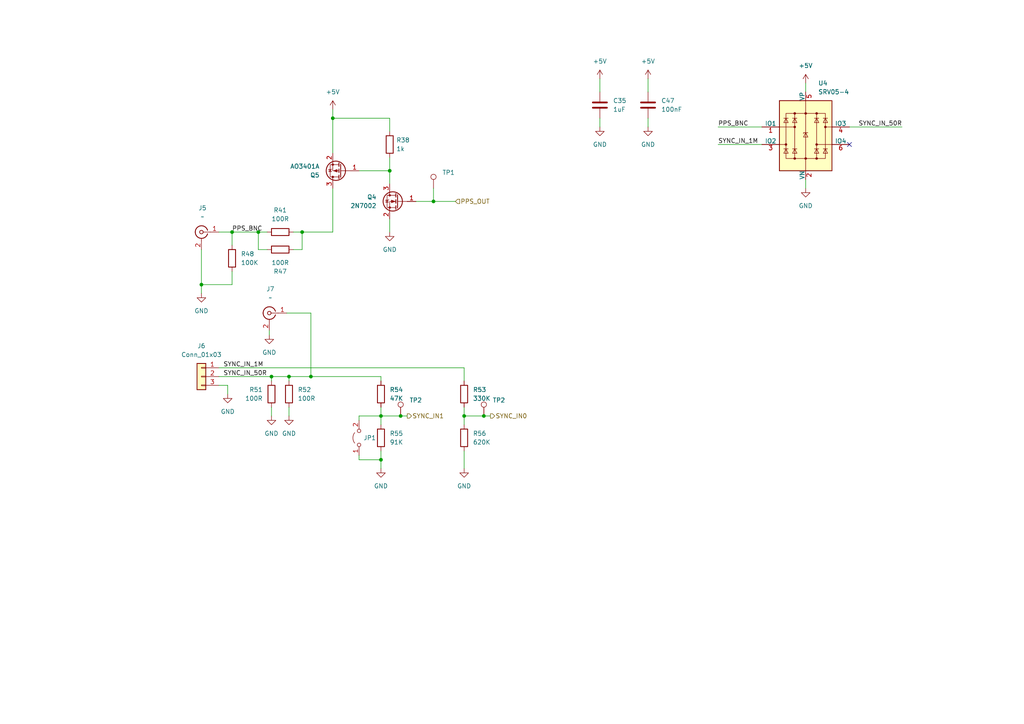
<source format=kicad_sch>
(kicad_sch (version 20230121) (generator eeschema)
  (paper "A4")
  (lib_symbols
    (symbol "Connector:Conn_Coaxial" (pin_names (offset 1.016) hide)
      (property "Reference" "J" (at 0.254 3.048 0))
      (property "Value" "Conn_Coaxial" (at 2.921 0 90))
      (symbol "Conn_Coaxial_0_1"
        (arc (start -1.778 -0.508) (mid 0.2311 -1.8066) (end 1.778 0) (stroke (width 0.254)))
        (polyline (pts (xy -2.54 0) (xy -0.508 0)))
        (polyline (pts (xy 0 -2.54) (xy 0 -1.778)))
        (circle (center 0 0) (radius 0.508) (stroke (width 0.2032)))
        (arc (start 1.778 0) (mid 0.2099 1.8101) (end -1.778 0.508) (stroke (width 0.254)))
      )
      (symbol "Conn_Coaxial_1_1"
        (pin passive line (at -5.08 0 0) (length 2.54) (name "In") (number "1"))
        (pin passive line (at 0 -5.08 90) (length 2.54) (name "Ext") (number "2"))
      )
    )
    (symbol "Connector:TestPoint" (pin_numbers hide) (pin_names (offset 0.762) hide)
      (property "Reference" "TP" (at 0 6.858 0))
      (property "Value" "TestPoint" (at 0 5.08 0))
      (symbol "TestPoint_0_1"
        (circle (center 0 3.302) (radius 0.762))
      )
      (symbol "TestPoint_1_1"
        (pin passive line (at 0 0 90) (length 2.54) (name "1") (number "1"))
      )
    )
    (symbol "Connector_Generic:Conn_01x03" (pin_names (offset 1.016) hide)
      (property "Reference" "J" (at 0 5.08 0))
      (property "Value" "Conn_01x03" (at 0 -5.08 0))
      (symbol "Conn_01x03_1_1"
        (rectangle (start -1.27 -2.413) (end 0 -2.667) (stroke (width 0.1524)))
        (rectangle (start -1.27 0.127) (end 0 -0.127) (stroke (width 0.1524)))
        (rectangle (start -1.27 2.667) (end 0 2.413) (stroke (width 0.1524)))
        (rectangle (start -1.27 3.81) (end 1.27 -3.81) (stroke (width 0.254)) (fill (type background)))
        (pin passive line (at -5.08 2.54 0) (length 3.81) (name "Pin_1") (number "1"))
        (pin passive line (at -5.08 0 0) (length 3.81) (name "Pin_2") (number "2"))
        (pin passive line (at -5.08 -2.54 0) (length 3.81) (name "Pin_3") (number "3"))
      )
    )
    (symbol "Device:C" (pin_numbers hide) (pin_names (offset 0.254))
      (property "Reference" "C" (at 0.635 2.54 0))
      (property "Value" "C" (at 0.635 -2.54 0))
      (symbol "C_0_1"
        (polyline (pts (xy -2.032 -0.762) (xy 2.032 -0.762)) (stroke (width 0.508)))
        (polyline (pts (xy -2.032 0.762) (xy 2.032 0.762)) (stroke (width 0.508)))
      )
      (symbol "C_1_1"
        (pin passive line (at 0 3.81 270) (length 2.794) (name "~") (number "1"))
        (pin passive line (at 0 -3.81 90) (length 2.794) (name "~") (number "2"))
      )
    )
    (symbol "Device:R" (pin_numbers hide) (pin_names (offset 0))
      (property "Reference" "R" (at 2.032 0 90))
      (property "Value" "R" (at 0 0 90))
      (symbol "R_0_1"
        (rectangle (start -1.016 -2.54) (end 1.016 2.54) (stroke (width 0.254)))
      )
      (symbol "R_1_1"
        (pin passive line (at 0 3.81 270) (length 1.27) (name "~") (number "1"))
        (pin passive line (at 0 -3.81 90) (length 1.27) (name "~") (number "2"))
      )
    )
    (symbol "Jumper:Jumper_2_Open" (pin_names (offset 0) hide)
      (property "Reference" "JP" (at 0 2.794 0))
      (property "Value" "Jumper_2_Open" (at 0 -2.286 0))
      (symbol "Jumper_2_Open_0_0"
        (circle (center -2.032 0) (radius 0.508))
        (circle (center 2.032 0) (radius 0.508))
      )
      (symbol "Jumper_2_Open_0_1"
        (arc (start 1.524 1.27) (mid 0 1.778) (end -1.524 1.27))
      )
      (symbol "Jumper_2_Open_1_1"
        (pin passive line (at -5.08 0 0) (length 2.54) (name "A") (number "1"))
        (pin passive line (at 5.08 0 180) (length 2.54) (name "B") (number "2"))
      )
    )
    (symbol "Power_Protection:SRV05-4" (pin_names (offset 0))
      (property "Reference" "U" (at -5.08 11.43 0))
      (property "Value" "SRV05-4" (at 2.54 11.43 0))
      (symbol "SRV05-4_0_0"
        (rectangle (start -5.715 6.477) (end 5.715 -6.604))
        (polyline (pts (xy -3.175 -6.604) (xy -3.175 6.477)))
        (polyline (pts (xy 3.175 6.477) (xy 3.175 -6.604)))
      )
      (symbol "SRV05-4_0_1"
        (rectangle (start -7.62 10.16) (end 7.62 -10.16) (stroke (width 0.254)) (fill (type background)))
        (circle (center -5.715 -2.54) (radius 0.2794) (fill (type outline)))
        (circle (center -3.175 -6.604) (radius 0.2794) (fill (type outline)))
        (circle (center -3.175 2.54) (radius 0.2794) (fill (type outline)))
        (circle (center -3.175 6.477) (radius 0.2794) (fill (type outline)))
        (circle (center 0 -6.604) (radius 0.2794) (fill (type outline)))
        (polyline (pts (xy -7.747 2.54) (xy -3.175 2.54)))
        (polyline (pts (xy -7.62 -2.54) (xy -5.715 -2.54)))
        (polyline (pts (xy -5.08 -3.81) (xy -6.35 -3.81)))
        (polyline (pts (xy -5.08 5.08) (xy -6.35 5.08)))
        (polyline (pts (xy -2.54 -3.81) (xy -3.81 -3.81)))
        (polyline (pts (xy -2.54 5.08) (xy -3.81 5.08)))
        (polyline (pts (xy 0 10.16) (xy 0 -10.16)))
        (polyline (pts (xy 3.81 -3.81) (xy 2.54 -3.81)))
        (polyline (pts (xy 3.81 5.08) (xy 2.54 5.08)))
        (polyline (pts (xy 6.35 -3.81) (xy 5.08 -3.81)))
        (polyline (pts (xy 6.35 5.08) (xy 5.08 5.08)))
        (polyline (pts (xy 7.62 -2.54) (xy 3.175 -2.54)))
        (polyline (pts (xy 7.62 2.54) (xy 5.715 2.54)))
        (polyline (pts (xy 0.635 0.889) (xy -0.635 0.889) (xy -0.635 0.635)))
        (polyline (pts (xy -5.08 -5.08) (xy -6.35 -5.08) (xy -5.715 -3.81) (xy -5.08 -5.08)))
        (polyline (pts (xy -5.08 3.81) (xy -6.35 3.81) (xy -5.715 5.08) (xy -5.08 3.81)))
        (polyline (pts (xy -2.54 -5.08) (xy -3.81 -5.08) (xy -3.175 -3.81) (xy -2.54 -5.08)))
        (polyline (pts (xy -2.54 3.81) (xy -3.81 3.81) (xy -3.175 5.08) (xy -2.54 3.81)))
        (polyline (pts (xy 0.635 -0.381) (xy -0.635 -0.381) (xy 0 0.889) (xy 0.635 -0.381)))
        (polyline (pts (xy 3.81 -5.08) (xy 2.54 -5.08) (xy 3.175 -3.81) (xy 3.81 -5.08)))
        (polyline (pts (xy 3.81 3.81) (xy 2.54 3.81) (xy 3.175 5.08) (xy 3.81 3.81)))
        (polyline (pts (xy 6.35 -5.08) (xy 5.08 -5.08) (xy 5.715 -3.81) (xy 6.35 -5.08)))
        (polyline (pts (xy 6.35 3.81) (xy 5.08 3.81) (xy 5.715 5.08) (xy 6.35 3.81)))
        (circle (center 0 6.477) (radius 0.2794) (fill (type outline)))
        (circle (center 3.175 -6.604) (radius 0.2794) (fill (type outline)))
        (circle (center 3.175 -2.54) (radius 0.2794) (fill (type outline)))
        (circle (center 3.175 6.477) (radius 0.2794) (fill (type outline)))
        (circle (center 5.715 2.54) (radius 0.2794) (fill (type outline)))
      )
      (symbol "SRV05-4_1_1"
        (pin passive line (at -12.7 2.54 0) (length 5.08) (name "IO1") (number "1"))
        (pin passive line (at 0 -12.7 90) (length 2.54) (name "VN") (number "2"))
        (pin passive line (at -12.7 -2.54 0) (length 5.08) (name "IO2") (number "3"))
        (pin passive line (at 12.7 2.54 180) (length 5.08) (name "IO3") (number "4"))
        (pin passive line (at 0 12.7 270) (length 2.54) (name "VP") (number "5"))
        (pin passive line (at 12.7 -2.54 180) (length 5.08) (name "IO4") (number "6"))
      )
    )
    (symbol "Transistor_FET:2N7002" (pin_names hide)
      (property "Reference" "Q" (at 5.08 1.905 0))
      (property "Value" "2N7002" (at 5.08 0 0))
      (symbol "2N7002_0_1"
        (polyline (pts (xy 0.254 0) (xy -2.54 0)))
        (polyline (pts (xy 0.254 1.905) (xy 0.254 -1.905)) (stroke (width 0.254)))
        (polyline (pts (xy 0.762 -1.27) (xy 0.762 -2.286)) (stroke (width 0.254)))
        (polyline (pts (xy 0.762 0.508) (xy 0.762 -0.508)) (stroke (width 0.254)))
        (polyline (pts (xy 0.762 2.286) (xy 0.762 1.27)) (stroke (width 0.254)))
        (polyline (pts (xy 2.54 2.54) (xy 2.54 1.778)))
        (polyline (pts (xy 2.54 -2.54) (xy 2.54 0) (xy 0.762 0)))
        (polyline (pts (xy 0.762 -1.778) (xy 3.302 -1.778) (xy 3.302 1.778) (xy 0.762 1.778)))
        (polyline (pts (xy 1.016 0) (xy 2.032 0.381) (xy 2.032 -0.381) (xy 1.016 0)) (fill (type outline)))
        (polyline (pts (xy 2.794 0.508) (xy 2.921 0.381) (xy 3.683 0.381) (xy 3.81 0.254)))
        (polyline (pts (xy 3.302 0.381) (xy 2.921 -0.254) (xy 3.683 -0.254) (xy 3.302 0.381)))
        (circle (center 1.651 0) (radius 2.794) (stroke (width 0.254)))
        (circle (center 2.54 -1.778) (radius 0.254) (fill (type outline)))
        (circle (center 2.54 1.778) (radius 0.254) (fill (type outline)))
      )
      (symbol "2N7002_1_1"
        (pin input line (at -5.08 0 0) (length 2.54) (name "G") (number "1"))
        (pin passive line (at 2.54 -5.08 90) (length 2.54) (name "S") (number "2"))
        (pin passive line (at 2.54 5.08 270) (length 2.54) (name "D") (number "3"))
      )
    )
    (symbol "Transistor_FET:AO3401A" (pin_names hide)
      (property "Reference" "Q" (at 5.08 1.905 0))
      (property "Value" "AO3401A" (at 5.08 0 0))
      (symbol "AO3401A_0_1"
        (polyline (pts (xy 0.254 0) (xy -2.54 0)))
        (polyline (pts (xy 0.254 1.905) (xy 0.254 -1.905)) (stroke (width 0.254)))
        (polyline (pts (xy 0.762 -1.27) (xy 0.762 -2.286)) (stroke (width 0.254)))
        (polyline (pts (xy 0.762 0.508) (xy 0.762 -0.508)) (stroke (width 0.254)))
        (polyline (pts (xy 0.762 2.286) (xy 0.762 1.27)) (stroke (width 0.254)))
        (polyline (pts (xy 2.54 2.54) (xy 2.54 1.778)))
        (polyline (pts (xy 2.54 -2.54) (xy 2.54 0) (xy 0.762 0)))
        (polyline (pts (xy 0.762 1.778) (xy 3.302 1.778) (xy 3.302 -1.778) (xy 0.762 -1.778)))
        (polyline (pts (xy 2.286 0) (xy 1.27 0.381) (xy 1.27 -0.381) (xy 2.286 0)) (fill (type outline)))
        (polyline (pts (xy 2.794 -0.508) (xy 2.921 -0.381) (xy 3.683 -0.381) (xy 3.81 -0.254)))
        (polyline (pts (xy 3.302 -0.381) (xy 2.921 0.254) (xy 3.683 0.254) (xy 3.302 -0.381)))
        (circle (center 1.651 0) (radius 2.794) (stroke (width 0.254)))
        (circle (center 2.54 -1.778) (radius 0.254) (fill (type outline)))
        (circle (center 2.54 1.778) (radius 0.254) (fill (type outline)))
      )
      (symbol "AO3401A_1_1"
        (pin input line (at -5.08 0 0) (length 2.54) (name "G") (number "1"))
        (pin passive line (at 2.54 -5.08 90) (length 2.54) (name "S") (number "2"))
        (pin passive line (at 2.54 5.08 270) (length 2.54) (name "D") (number "3"))
      )
    )
    (symbol "power:+5V" (power) (pin_names (offset 0))
      (property "Value" "+5V" (at 0 3.556 0))
      (symbol "+5V_0_1"
        (polyline (pts (xy -0.762 1.27) (xy 0 2.54)))
        (polyline (pts (xy 0 0) (xy 0 2.54)))
        (polyline (pts (xy 0 2.54) (xy 0.762 1.27)))
      )
      (symbol "+5V_1_1"
        (pin power_in line (at 0 0 90) (length 0) hide (name "+5V") (number "1"))
      )
    )
    (symbol "power:GND" (power) (pin_names (offset 0))
      (property "Value" "GND" (at 0 -3.81 0))
      (symbol "GND_0_1"
        (polyline (pts (xy 0 0) (xy 0 -1.27) (xy 1.27 -1.27) (xy 0 -2.54) (xy -1.27 -1.27) (xy 0 -1.27)))
      )
      (symbol "GND_1_1"
        (pin power_in line (at 0 0 270) (length 0) hide (name "GND") (number "1"))
      )
    )
  )
  (junction (at 87.63 67.31))
  (junction (at 96.52 34.29))
  (junction (at 58.42 82.55))
  (junction (at 125.73 58.42))
  (junction (at 90.17 109.22))
  (junction (at 110.49 120.65))
  (junction (at 113.03 49.53))
  (junction (at 140.335 120.65))
  (junction (at 67.31 67.31))
  (junction (at 74.93 67.31))
  (junction (at 134.62 120.65))
  (junction (at 110.49 133.35))
  (junction (at 83.82 109.22))
  (junction (at 78.74 109.22))
  (junction (at 116.205 120.65))
  (no_connect (at 246.38 41.91))
  (wire (pts (xy 87.63 67.31) (xy 96.52 67.31)))
  (wire (pts (xy 67.31 78.74) (xy 67.31 82.55)))
  (wire (pts (xy 83.82 110.49) (xy 83.82 109.22)))
  (wire (pts (xy 66.04 111.76) (xy 63.5 111.76)))
  (wire (pts (xy 83.82 109.22) (xy 78.74 109.22)))
  (wire (pts (xy 208.28 36.83) (xy 220.98 36.83)))
  (wire (pts (xy 58.42 72.39) (xy 58.42 82.55)))
  (wire (pts (xy 104.14 132.08) (xy 104.14 133.35)))
  (wire (pts (xy 120.65 58.42) (xy 125.73 58.42)))
  (wire (pts (xy 78.105 97.155) (xy 78.105 95.885)))
  (wire (pts (xy 104.14 133.35) (xy 110.49 133.35)))
  (wire (pts (xy 110.49 135.89) (xy 110.49 133.35)))
  (wire (pts (xy 233.68 24.13) (xy 233.68 26.67)))
  (wire (pts (xy 125.73 54.61) (xy 125.73 58.42)))
  (wire (pts (xy 85.09 67.31) (xy 87.63 67.31)))
  (wire (pts (xy 83.82 120.65) (xy 83.82 118.11)))
  (wire (pts (xy 142.24 120.65) (xy 140.335 120.65)))
  (wire (pts (xy 110.49 110.49) (xy 110.49 109.22)))
  (wire (pts (xy 116.205 120.65) (xy 110.49 120.65)))
  (wire (pts (xy 173.99 22.86) (xy 173.99 26.67)))
  (wire (pts (xy 140.335 120.65) (xy 134.62 120.65)))
  (wire (pts (xy 58.42 82.55) (xy 58.42 85.09)))
  (wire (pts (xy 173.99 36.83) (xy 173.99 34.29)))
  (wire (pts (xy 125.73 58.42) (xy 132.08 58.42)))
  (wire (pts (xy 187.96 22.86) (xy 187.96 26.67)))
  (wire (pts (xy 104.14 49.53) (xy 113.03 49.53)))
  (wire (pts (xy 78.74 120.65) (xy 78.74 118.11)))
  (wire (pts (xy 113.03 63.5) (xy 113.03 67.31)))
  (wire (pts (xy 261.62 36.83) (xy 246.38 36.83)))
  (wire (pts (xy 74.93 67.31) (xy 77.47 67.31)))
  (wire (pts (xy 67.31 67.31) (xy 67.31 71.12)))
  (wire (pts (xy 96.52 34.29) (xy 96.52 44.45)))
  (wire (pts (xy 66.04 114.3) (xy 66.04 111.76)))
  (wire (pts (xy 233.68 52.07) (xy 233.68 54.61)))
  (wire (pts (xy 77.47 72.39) (xy 74.93 72.39)))
  (wire (pts (xy 113.03 34.29) (xy 113.03 38.1)))
  (wire (pts (xy 110.49 109.22) (xy 90.17 109.22)))
  (wire (pts (xy 104.14 121.92) (xy 104.14 120.65)))
  (wire (pts (xy 134.62 120.65) (xy 134.62 123.19)))
  (wire (pts (xy 63.5 109.22) (xy 78.74 109.22)))
  (wire (pts (xy 58.42 82.55) (xy 67.31 82.55)))
  (wire (pts (xy 113.03 45.72) (xy 113.03 49.53)))
  (wire (pts (xy 96.52 31.75) (xy 96.52 34.29)))
  (wire (pts (xy 63.5 106.68) (xy 134.62 106.68)))
  (wire (pts (xy 208.28 41.91) (xy 220.98 41.91)))
  (wire (pts (xy 118.11 120.65) (xy 116.205 120.65)))
  (wire (pts (xy 90.17 109.22) (xy 83.82 109.22)))
  (wire (pts (xy 187.96 36.83) (xy 187.96 34.29)))
  (wire (pts (xy 110.49 118.11) (xy 110.49 120.65)))
  (wire (pts (xy 78.74 109.22) (xy 78.74 110.49)))
  (wire (pts (xy 90.17 90.805) (xy 90.17 109.22)))
  (wire (pts (xy 63.5 67.31) (xy 67.31 67.31)))
  (wire (pts (xy 74.93 72.39) (xy 74.93 67.31)))
  (wire (pts (xy 134.62 118.11) (xy 134.62 120.65)))
  (wire (pts (xy 134.62 106.68) (xy 134.62 110.49)))
  (wire (pts (xy 104.14 120.65) (xy 110.49 120.65)))
  (wire (pts (xy 134.62 135.89) (xy 134.62 130.81)))
  (wire (pts (xy 67.31 67.31) (xy 74.93 67.31)))
  (wire (pts (xy 96.52 34.29) (xy 113.03 34.29)))
  (wire (pts (xy 85.09 72.39) (xy 87.63 72.39)))
  (wire (pts (xy 110.49 120.65) (xy 110.49 123.19)))
  (wire (pts (xy 83.185 90.805) (xy 90.17 90.805)))
  (wire (pts (xy 113.03 49.53) (xy 113.03 53.34)))
  (wire (pts (xy 87.63 72.39) (xy 87.63 67.31)))
  (wire (pts (xy 96.52 54.61) (xy 96.52 67.31)))
  (wire (pts (xy 110.49 133.35) (xy 110.49 130.81)))
  (label "SYNC_IN_1M" (at 64.77 106.68 0))
  (label "SYNC_IN_50R" (at 261.62 36.83 180))
  (label "PPS_BNC" (at 67.31 67.31 0))
  (label "SYNC_IN_50R" (at 64.77 109.22 0))
  (label "PPS_BNC" (at 208.28 36.83 0))
  (label "SYNC_IN_1M" (at 208.28 41.91 0))
  (hierarchical_label "SYNC_IN1" (shape output) (at 118.11 120.65 0))
  (hierarchical_label "PPS_OUT" (shape input) (at 132.08 58.42 0))
  (hierarchical_label "SYNC_IN0" (shape output) (at 142.24 120.65 0))
  (symbol (lib_id "Connector:TestPoint") (at 140.335 120.65 0) (unit 1)
    (property "Reference" "TP2" (at 142.875 116.078 0) (effects (justify left)))
    (property "Value" "TestPoint" (effects hide))
    (property "Footprint" "TestPoint:TestPoint_Pad_D2.0mm" (effects hide))
    (instances (project "node-prototype" (path "" (reference "TP2") (unit 1)) (path "" (reference "TP14") (unit 1))))
  )
  (symbol (lib_id "power:GND") (at 78.74 120.65 0) (unit 1)
    (property "Reference" "#PWR097" (effects hide))
    (property "Value" "GND" (at 78.74 125.73 0))
  )
  (symbol (lib_id "power:GND") (at 233.68 54.61 0) (unit 1)
    (property "Reference" "#PWR091" (effects hide))
    (property "Value" "GND" (at 233.68 59.69 0))
  )
  (symbol (lib_id "Device:R") (at 81.28 72.39 90) (mirror x) (unit 1)
    (property "Reference" "R47" (at 81.28 78.74 90))
    (property "Value" "100R" (at 81.28 76.2 90))
    (property "Footprint" "Resistor_SMD:R_1206_3216Metric" (effects hide))
  )
  (symbol (lib_id "power:+5V") (at 233.68 24.13 0) (unit 1)
    (property "Reference" "#PWR090" (effects hide))
    (property "Value" "+5V" (at 233.68 19.05 0))
  )
  (symbol (lib_id "power:GND") (at 187.96 36.83 0) (unit 1)
    (property "Reference" "#PWR081" (effects hide))
    (property "Value" "GND" (at 187.96 41.91 0))
    (instances (project "node-prototype" (path "" (reference "#PWR081") (unit 1)) (path "" (reference "#PWR095") (unit 1))))
  )
  (symbol (lib_id "power:GND") (at 134.62 135.89 0) (unit 1)
    (property "Reference" "#PWR099" (effects hide))
    (property "Value" "GND" (at 134.62 140.97 0))
  )
  (symbol (lib_id "Power_Protection:SRV05-4") (at 233.68 39.37 0) (unit 1)
    (property "Reference" "U4" (at 237.3061 24.13 0) (effects (justify left)))
    (property "Value" "SRV05-4" (at 237.3061 26.67 0) (effects (justify left)))
    (property "Footprint" "Package_TO_SOT_SMD:SOT-23-6" (effects hide))
    (property "Datasheet" "http://www.onsemi.com/pub/Collateral/SRV05-4-D.PDF" (effects hide))
    (instances (project "node-prototype" (path "" (reference "U4") (unit 1)) (path "" (reference "U15") (unit 1))))
  )
  (symbol (lib_id "Device:C") (at 187.96 30.48 0) (unit 1)
    (property "Reference" "C47" (at 191.77 29.21 0) (effects (justify left)))
    (property "Value" "100nF" (at 191.77 31.75 0) (effects (justify left)))
    (property "Footprint" "Capacitor_SMD:C_0603_1608Metric" (effects hide))
    (instances (project "node-prototype" (path "" (reference "C47") (unit 1)) (path "" (reference "C49") (unit 1))))
  )
  (symbol (lib_id "power:+5V") (at 187.96 22.86 0) (unit 1)
    (property "Reference" "#PWR094" (effects hide))
    (property "Value" "+5V" (at 187.96 17.78 0))
  )
  (symbol (lib_id "power:GND") (at 113.03 67.31 0) (unit 1)
    (property "Reference" "#PWR061" (effects hide))
    (property "Value" "GND" (at 113.03 72.39 0))
  )
  (symbol (lib_id "power:+5V") (at 173.99 22.86 0) (unit 1)
    (property "Reference" "#PWR092" (effects hide))
    (property "Value" "+5V" (at 173.99 17.78 0))
  )
  (symbol (lib_id "Jumper:Jumper_2_Open") (at 104.14 127 90) (unit 1)
    (property "Reference" "JP1" (at 105.41 127 90) (effects (justify right)))
    (property "Value" "Jumper_2_Open" (effects hide))
    (property "Footprint" "Jumper:SolderJumper-2_P1.3mm_Open_TrianglePad1.0x1.5mm" (effects hide))
  )
  (symbol (lib_id "power:GND") (at 83.82 120.65 0) (unit 1)
    (property "Reference" "#PWR098" (effects hide))
    (property "Value" "GND" (at 83.82 125.73 0))
  )
  (symbol (lib_id "power:GND") (at 173.99 36.83 0) (unit 1)
    (property "Reference" "#PWR078" (effects hide))
    (property "Value" "GND" (at 173.99 41.91 0))
    (instances (project "node-prototype" (path "" (reference "#PWR078") (unit 1)) (path "" (reference "#PWR093") (unit 1))))
  )
  (symbol (lib_id "Device:R") (at 110.49 114.3 0) (unit 1)
    (property "Reference" "R54" (at 113.03 113.03 0) (effects (justify left)))
    (property "Value" "47K" (at 113.03 115.57 0) (effects (justify left)))
    (property "Footprint" "Resistor_SMD:R_0603_1608Metric" (effects hide))
  )
  (symbol (lib_id "Transistor_FET:2N7002") (at 115.57 58.42 0) (mirror y) (unit 1)
    (property "Reference" "Q4" (at 109.22 57.15 0) (effects (justify left)))
    (property "Value" "2N7002" (at 109.22 59.69 0) (effects (justify left)))
    (property "Footprint" "Package_TO_SOT_SMD:SOT-23" (effects hide))
    (property "Datasheet" "https://www.onsemi.com/pub/Collateral/NDS7002A-D.PDF" (effects hide))
  )
  (symbol (lib_id "Device:R") (at 113.03 41.91 0) (unit 1)
    (property "Reference" "R38" (at 114.935 40.64 0) (effects (justify left)))
    (property "Value" "1k" (at 114.935 43.18 0) (effects (justify left)))
    (property "Footprint" "Resistor_SMD:R_0603_1608Metric" (effects hide))
  )
  (symbol (lib_id "Connector:Conn_Coaxial") (at 58.42 67.31 0) (mirror y) (unit 1)
    (property "Reference" "J5" (at 58.7374 60.325 0))
    (property "Value" "~" (at 58.7374 62.865 0))
    (property "Footprint" "Connector_Coaxial:SMB_Jack_Vertical" (effects hide))
    (property "Datasheet" " ~" (effects hide))
  )
  (symbol (lib_id "Transistor_FET:AO3401A") (at 99.06 49.53 180) (unit 1)
    (property "Reference" "Q5" (at 92.71 50.8 0) (effects (justify left)))
    (property "Value" "AO3401A" (at 92.71 48.26 0) (effects (justify left)))
    (property "Footprint" "Package_TO_SOT_SMD:SOT-23" (effects hide))
    (property "Datasheet" "http://www.aosmd.com/pdfs/datasheet/AO3401A.pdf" (effects hide))
  )
  (symbol (lib_id "Device:R") (at 110.49 127 0) (unit 1)
    (property "Reference" "R55" (at 113.03 125.73 0) (effects (justify left)))
    (property "Value" "91K" (at 113.03 128.27 0) (effects (justify left)))
    (property "Footprint" "Resistor_SMD:R_0603_1608Metric" (effects hide))
  )
  (symbol (lib_id "Connector:TestPoint") (at 125.73 54.61 0) (unit 1)
    (property "Reference" "TP1" (at 128.27 50.038 0) (effects (justify left)))
    (property "Value" "TestPoint" (effects hide))
    (property "Footprint" "TestPoint:TestPoint_Pad_D2.0mm" (effects hide))
  )
  (symbol (lib_id "power:+5V") (at 96.52 31.75 0) (unit 1)
    (property "Reference" "#PWR016" (effects hide))
    (property "Value" "+5V" (at 96.52 26.67 0))
  )
  (symbol (lib_id "Device:R") (at 134.62 114.3 0) (unit 1)
    (property "Reference" "R53" (at 137.16 113.03 0) (effects (justify left)))
    (property "Value" "330K" (at 137.16 115.57 0) (effects (justify left)))
    (property "Footprint" "Resistor_SMD:R_0603_1608Metric" (effects hide))
  )
  (symbol (lib_id "power:GND") (at 110.49 135.89 0) (unit 1)
    (property "Reference" "#PWR0100" (effects hide))
    (property "Value" "GND" (at 110.49 140.97 0))
  )
  (symbol (lib_id "Connector_Generic:Conn_01x03") (at 58.42 109.22 0) (mirror y) (unit 1)
    (property "Reference" "J6" (at 58.42 100.33 0))
    (property "Value" "Conn_01x03" (at 58.42 102.87 0))
    (property "Footprint" "Connector_PinHeader_2.54mm:PinHeader_1x03_P2.54mm_Vertical" (effects hide))
  )
  (symbol (lib_id "Device:C") (at 173.99 30.48 0) (unit 1)
    (property "Reference" "C35" (at 177.8 29.21 0) (effects (justify left)))
    (property "Value" "1uF" (at 177.8 31.75 0) (effects (justify left)))
    (property "Footprint" "Capacitor_SMD:C_0603_1608Metric" (effects hide))
    (instances (project "node-prototype" (path "" (reference "C35") (unit 1)) (path "" (reference "C48") (unit 1))))
  )
  (symbol (lib_id "Connector:Conn_Coaxial") (at 78.105 90.805 0) (mirror y) (unit 1)
    (property "Reference" "J7" (at 78.4224 83.82 0))
    (property "Value" "~" (at 78.4224 86.36 0))
    (property "Footprint" "Connector_Coaxial:SMB_Jack_Vertical" (effects hide))
    (property "Datasheet" " ~" (effects hide))
  )
  (symbol (lib_id "Connector:TestPoint") (at 116.205 120.65 0) (unit 1)
    (property "Reference" "TP2" (at 118.745 116.078 0) (effects (justify left)))
    (property "Value" "TestPoint" (effects hide))
    (property "Footprint" "TestPoint:TestPoint_Pad_D2.0mm" (effects hide))
    (instances (project "node-prototype" (path "" (reference "TP2") (unit 1)) (path "" (reference "TP13") (unit 1))))
  )
  (symbol (lib_id "Device:R") (at 78.74 114.3 180) (unit 1)
    (property "Reference" "R51" (at 76.2 113.03 0) (effects (justify left)))
    (property "Value" "100R" (at 76.2 115.57 0) (effects (justify left)))
    (property "Footprint" "Resistor_SMD:R_1206_3216Metric" (effects hide))
  )
  (symbol (lib_id "power:GND") (at 78.105 97.155 0) (unit 1)
    (property "Reference" "#PWR0106" (effects hide))
    (property "Value" "GND" (at 78.105 102.235 0))
  )
  (symbol (lib_id "Device:R") (at 67.31 74.93 0) (unit 1)
    (property "Reference" "R48" (at 69.85 73.66 0) (effects (justify left)))
    (property "Value" "100K" (at 69.85 76.2 0) (effects (justify left)))
    (property "Footprint" "Resistor_SMD:R_0603_1608Metric" (effects hide))
  )
  (symbol (lib_id "Device:R") (at 134.62 127 0) (unit 1)
    (property "Reference" "R56" (at 137.16 125.73 0) (effects (justify left)))
    (property "Value" "620K" (at 137.16 128.27 0) (effects (justify left)))
    (property "Footprint" "Resistor_SMD:R_0603_1608Metric" (effects hide))
  )
  (symbol (lib_id "Device:R") (at 83.82 114.3 0) (mirror x) (unit 1)
    (property "Reference" "R52" (at 86.36 113.03 0) (effects (justify left)))
    (property "Value" "100R" (at 86.36 115.57 0) (effects (justify left)))
    (property "Footprint" "Resistor_SMD:R_1206_3216Metric" (effects hide))
  )
  (symbol (lib_id "power:GND") (at 58.42 85.09 0) (unit 1)
    (property "Reference" "#PWR075" (effects hide))
    (property "Value" "GND" (at 58.42 90.17 0))
  )
  (symbol (lib_id "Device:R") (at 81.28 67.31 90) (unit 1)
    (property "Reference" "R41" (at 81.28 60.96 90))
    (property "Value" "100R" (at 81.28 63.5 90))
    (property "Footprint" "Resistor_SMD:R_1206_3216Metric" (effects hide))
  )
  (symbol (lib_id "power:GND") (at 66.04 114.3 0) (unit 1)
    (property "Reference" "#PWR096" (effects hide))
    (property "Value" "GND" (at 66.04 119.38 0))
  )
)
</source>
